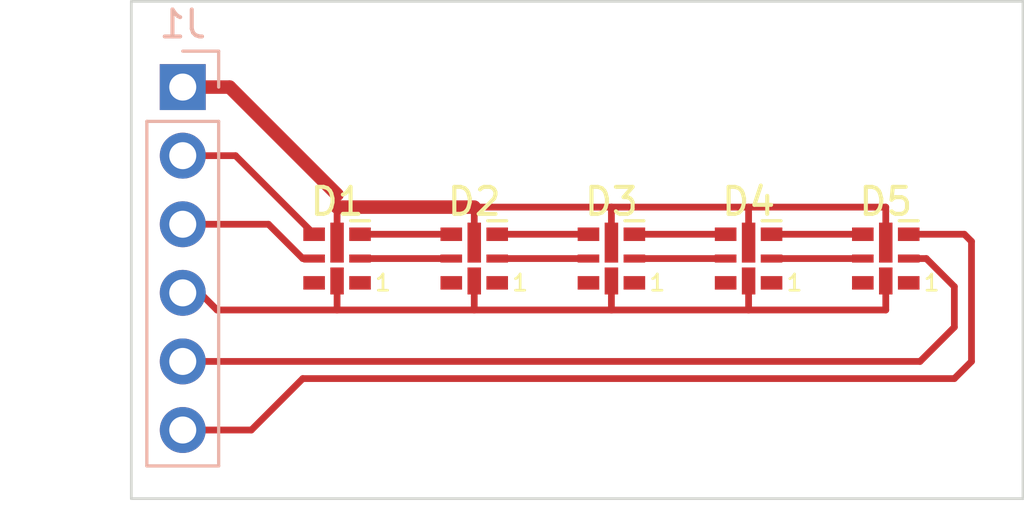
<source format=kicad_pcb>
(kicad_pcb (version 20171130) (host pcbnew 5.1.10)

  (general
    (thickness 1.6)
    (drawings 4)
    (tracks 49)
    (zones 0)
    (modules 6)
    (nets 15)
  )

  (page A4)
  (layers
    (0 F.Cu signal)
    (31 B.Cu signal)
    (32 B.Adhes user)
    (33 F.Adhes user)
    (34 B.Paste user)
    (35 F.Paste user)
    (36 B.SilkS user)
    (37 F.SilkS user)
    (38 B.Mask user hide)
    (39 F.Mask user)
    (40 Dwgs.User user)
    (41 Cmts.User user)
    (42 Eco1.User user)
    (43 Eco2.User user)
    (44 Edge.Cuts user)
    (45 Margin user)
    (46 B.CrtYd user)
    (47 F.CrtYd user)
    (48 B.Fab user)
    (49 F.Fab user hide)
  )

  (setup
    (last_trace_width 0.25)
    (trace_clearance 0.2)
    (zone_clearance 0.508)
    (zone_45_only no)
    (trace_min 0.1)
    (via_size 0.8)
    (via_drill 0.4)
    (via_min_size 0.4)
    (via_min_drill 0.3)
    (uvia_size 0.3)
    (uvia_drill 0.1)
    (uvias_allowed no)
    (uvia_min_size 0.2)
    (uvia_min_drill 0.1)
    (edge_width 0.05)
    (segment_width 0.2)
    (pcb_text_width 0.3)
    (pcb_text_size 1.5 1.5)
    (mod_edge_width 0.12)
    (mod_text_size 1 1)
    (mod_text_width 0.15)
    (pad_size 1.524 1.524)
    (pad_drill 0.762)
    (pad_to_mask_clearance 0)
    (aux_axis_origin 0 0)
    (visible_elements FFFFEF7F)
    (pcbplotparams
      (layerselection 0x010fc_ffffffff)
      (usegerberextensions false)
      (usegerberattributes true)
      (usegerberadvancedattributes true)
      (creategerberjobfile true)
      (excludeedgelayer true)
      (linewidth 0.100000)
      (plotframeref false)
      (viasonmask false)
      (mode 1)
      (useauxorigin false)
      (hpglpennumber 1)
      (hpglpenspeed 20)
      (hpglpendiameter 15.000000)
      (psnegative false)
      (psa4output false)
      (plotreference true)
      (plotvalue true)
      (plotinvisibletext false)
      (padsonsilk false)
      (subtractmaskfromsilk false)
      (outputformat 1)
      (mirror false)
      (drillshape 1)
      (scaleselection 1)
      (outputdirectory ""))
  )

  (net 0 "")
  (net 1 "Net-(D1-Pad2)")
  (net 2 "Net-(D1-Pad3)")
  (net 3 "Net-(D1-Pad5)")
  (net 4 "Net-(D1-Pad4)")
  (net 5 GND)
  (net 6 "Net-(D2-Pad3)")
  (net 7 "Net-(D2-Pad2)")
  (net 8 "Net-(D3-Pad2)")
  (net 9 "Net-(D3-Pad3)")
  (net 10 "Net-(D4-Pad3)")
  (net 11 "Net-(D4-Pad2)")
  (net 12 "Net-(D5-Pad2)")
  (net 13 "Net-(D5-Pad3)")
  (net 14 VCC)

  (net_class Default "This is the default net class."
    (clearance 0.2)
    (trace_width 0.25)
    (via_dia 0.8)
    (via_drill 0.4)
    (uvia_dia 0.3)
    (uvia_drill 0.1)
    (add_net GND)
    (add_net "Net-(D1-Pad2)")
    (add_net "Net-(D1-Pad3)")
    (add_net "Net-(D1-Pad4)")
    (add_net "Net-(D1-Pad5)")
    (add_net "Net-(D2-Pad2)")
    (add_net "Net-(D2-Pad3)")
    (add_net "Net-(D3-Pad2)")
    (add_net "Net-(D3-Pad3)")
    (add_net "Net-(D4-Pad2)")
    (add_net "Net-(D4-Pad3)")
    (add_net "Net-(D5-Pad2)")
    (add_net "Net-(D5-Pad3)")
    (add_net VCC)
  )

  (module LED_SMD:LED-APA102-2020 locked (layer F.Cu) (tedit 5CADBF17) (tstamp 613CCE3D)
    (at 104.14 45.72 180)
    (descr http://www.led-color.com/upload/201604/APA102-2020%20SMD%20LED.pdf)
    (tags "LED RGB SPI")
    (path /613FD0A1)
    (attr smd)
    (fp_text reference D1 (at 0 2.11) (layer F.SilkS)
      (effects (font (size 1 1) (thickness 0.15)))
    )
    (fp_text value APA102-2020 (at 0 -2) (layer F.Fab)
      (effects (font (size 1 1) (thickness 0.15)))
    )
    (fp_line (start 1.5 1.4) (end 0.5 1.4) (layer F.CrtYd) (width 0.05))
    (fp_line (start -0.5 1.4) (end -1.5 1.4) (layer F.CrtYd) (width 0.05))
    (fp_line (start -1.5 -1.4) (end -0.5 -1.4) (layer F.CrtYd) (width 0.05))
    (fp_line (start 0.5 -1.4) (end 1.5 -1.4) (layer F.CrtYd) (width 0.05))
    (fp_line (start 0.5 -1.58) (end 0.5 -1.4) (layer F.CrtYd) (width 0.05))
    (fp_line (start -0.5 -1.58) (end 0.5 -1.58) (layer F.CrtYd) (width 0.05))
    (fp_line (start -0.5 -1.4) (end -0.5 -1.58) (layer F.CrtYd) (width 0.05))
    (fp_line (start 0.5 1.58) (end 0.5 1.4) (layer F.CrtYd) (width 0.05))
    (fp_line (start -0.5 1.58) (end 0.5 1.58) (layer F.CrtYd) (width 0.05))
    (fp_line (start -0.5 1.4) (end -0.5 1.58) (layer F.CrtYd) (width 0.05))
    (fp_line (start -1.5 -1.4) (end -1.5 1.4) (layer F.CrtYd) (width 0.05))
    (fp_line (start -1 0.5) (end -0.5 1) (layer F.Fab) (width 0.1))
    (fp_line (start -1.2 1.4) (end -0.5 1.4) (layer F.SilkS) (width 0.12))
    (fp_line (start 1.5 -1.4) (end 1.5 1.4) (layer F.CrtYd) (width 0.05))
    (fp_line (start -1 0.5) (end -1 -1) (layer F.Fab) (width 0.1))
    (fp_line (start 1 1) (end -0.5 1) (layer F.Fab) (width 0.1))
    (fp_line (start 1 -1) (end 1 1) (layer F.Fab) (width 0.1))
    (fp_line (start -1 -1) (end 1 -1) (layer F.Fab) (width 0.1))
    (fp_text user %R (at 0 0) (layer F.Fab)
      (effects (font (size 0.3 0.3) (thickness 0.07)))
    )
    (fp_text user 1 (at -1.7 -0.9) (layer F.SilkS)
      (effects (font (size 0.6 0.6) (thickness 0.1)))
    )
    (pad 1 smd rect (at -0.85 -0.9 180) (size 0.8 0.5) (layers F.Cu F.Paste F.Mask)
      (net 14 VCC))
    (pad 2 smd rect (at -0.85 0 180) (size 0.8 0.3) (layers F.Cu F.Paste F.Mask)
      (net 1 "Net-(D1-Pad2)"))
    (pad 3 smd rect (at -0.85 0.9 180) (size 0.8 0.5) (layers F.Cu F.Paste F.Mask)
      (net 2 "Net-(D1-Pad3)"))
    (pad 5 smd rect (at 0.85 0 180) (size 0.8 0.3) (layers F.Cu F.Paste F.Mask)
      (net 3 "Net-(D1-Pad5)"))
    (pad 4 smd rect (at 0.85 0.9 180) (size 0.8 0.5) (layers F.Cu F.Paste F.Mask)
      (net 4 "Net-(D1-Pad4)"))
    (pad 6 smd rect (at 0.85 -0.9 180) (size 0.8 0.5) (layers F.Cu F.Paste F.Mask)
      (net 5 GND))
    (pad 1 smd rect (at 0 -0.83 270) (size 1 0.5) (layers F.Cu F.Paste F.Mask)
      (net 14 VCC))
    (pad 6 smd rect (at 0 0.59 270) (size 1.48 0.5) (layers F.Cu F.Paste F.Mask)
      (net 5 GND))
    (model ${KISYS3DMOD}/LED_SMD.3dshapes/LED-APA102-2020.wrl
      (at (xyz 0 0 0))
      (scale (xyz 1 1 1))
      (rotate (xyz 0 0 0))
    )
  )

  (module LED_SMD:LED-APA102-2020 (layer F.Cu) (tedit 5CADBF17) (tstamp 613CCE5D)
    (at 109.22 45.72 180)
    (descr http://www.led-color.com/upload/201604/APA102-2020%20SMD%20LED.pdf)
    (tags "LED RGB SPI")
    (path /613FDE3F)
    (attr smd)
    (fp_text reference D2 (at 0 2.11) (layer F.SilkS)
      (effects (font (size 1 1) (thickness 0.15)))
    )
    (fp_text value APA102-2020 (at 0 -2) (layer F.Fab)
      (effects (font (size 1 1) (thickness 0.15)))
    )
    (fp_text user 1 (at -1.7 -0.9) (layer F.SilkS)
      (effects (font (size 0.6 0.6) (thickness 0.1)))
    )
    (fp_text user %R (at 0 0) (layer F.Fab)
      (effects (font (size 0.3 0.3) (thickness 0.07)))
    )
    (fp_line (start -1 -1) (end 1 -1) (layer F.Fab) (width 0.1))
    (fp_line (start 1 -1) (end 1 1) (layer F.Fab) (width 0.1))
    (fp_line (start 1 1) (end -0.5 1) (layer F.Fab) (width 0.1))
    (fp_line (start -1 0.5) (end -1 -1) (layer F.Fab) (width 0.1))
    (fp_line (start 1.5 -1.4) (end 1.5 1.4) (layer F.CrtYd) (width 0.05))
    (fp_line (start -1.2 1.4) (end -0.5 1.4) (layer F.SilkS) (width 0.12))
    (fp_line (start -1 0.5) (end -0.5 1) (layer F.Fab) (width 0.1))
    (fp_line (start -1.5 -1.4) (end -1.5 1.4) (layer F.CrtYd) (width 0.05))
    (fp_line (start -0.5 1.4) (end -0.5 1.58) (layer F.CrtYd) (width 0.05))
    (fp_line (start -0.5 1.58) (end 0.5 1.58) (layer F.CrtYd) (width 0.05))
    (fp_line (start 0.5 1.58) (end 0.5 1.4) (layer F.CrtYd) (width 0.05))
    (fp_line (start -0.5 -1.4) (end -0.5 -1.58) (layer F.CrtYd) (width 0.05))
    (fp_line (start -0.5 -1.58) (end 0.5 -1.58) (layer F.CrtYd) (width 0.05))
    (fp_line (start 0.5 -1.58) (end 0.5 -1.4) (layer F.CrtYd) (width 0.05))
    (fp_line (start 0.5 -1.4) (end 1.5 -1.4) (layer F.CrtYd) (width 0.05))
    (fp_line (start -1.5 -1.4) (end -0.5 -1.4) (layer F.CrtYd) (width 0.05))
    (fp_line (start -0.5 1.4) (end -1.5 1.4) (layer F.CrtYd) (width 0.05))
    (fp_line (start 1.5 1.4) (end 0.5 1.4) (layer F.CrtYd) (width 0.05))
    (pad 6 smd rect (at 0 0.59 270) (size 1.48 0.5) (layers F.Cu F.Paste F.Mask)
      (net 5 GND))
    (pad 1 smd rect (at 0 -0.83 270) (size 1 0.5) (layers F.Cu F.Paste F.Mask)
      (net 14 VCC))
    (pad 6 smd rect (at 0.85 -0.9 180) (size 0.8 0.5) (layers F.Cu F.Paste F.Mask)
      (net 5 GND))
    (pad 4 smd rect (at 0.85 0.9 180) (size 0.8 0.5) (layers F.Cu F.Paste F.Mask)
      (net 2 "Net-(D1-Pad3)"))
    (pad 5 smd rect (at 0.85 0 180) (size 0.8 0.3) (layers F.Cu F.Paste F.Mask)
      (net 1 "Net-(D1-Pad2)"))
    (pad 3 smd rect (at -0.85 0.9 180) (size 0.8 0.5) (layers F.Cu F.Paste F.Mask)
      (net 6 "Net-(D2-Pad3)"))
    (pad 2 smd rect (at -0.85 0 180) (size 0.8 0.3) (layers F.Cu F.Paste F.Mask)
      (net 7 "Net-(D2-Pad2)"))
    (pad 1 smd rect (at -0.85 -0.9 180) (size 0.8 0.5) (layers F.Cu F.Paste F.Mask)
      (net 14 VCC))
    (model ${KISYS3DMOD}/LED_SMD.3dshapes/LED-APA102-2020.wrl
      (at (xyz 0 0 0))
      (scale (xyz 1 1 1))
      (rotate (xyz 0 0 0))
    )
  )

  (module LED_SMD:LED-APA102-2020 (layer F.Cu) (tedit 5CADBF17) (tstamp 613CCE7D)
    (at 114.3 45.72 180)
    (descr http://www.led-color.com/upload/201604/APA102-2020%20SMD%20LED.pdf)
    (tags "LED RGB SPI")
    (path /613FF2E3)
    (attr smd)
    (fp_text reference D3 (at 0 2.11) (layer F.SilkS)
      (effects (font (size 1 1) (thickness 0.15)))
    )
    (fp_text value APA102-2020 (at 0 -2) (layer F.Fab)
      (effects (font (size 1 1) (thickness 0.15)))
    )
    (fp_line (start 1.5 1.4) (end 0.5 1.4) (layer F.CrtYd) (width 0.05))
    (fp_line (start -0.5 1.4) (end -1.5 1.4) (layer F.CrtYd) (width 0.05))
    (fp_line (start -1.5 -1.4) (end -0.5 -1.4) (layer F.CrtYd) (width 0.05))
    (fp_line (start 0.5 -1.4) (end 1.5 -1.4) (layer F.CrtYd) (width 0.05))
    (fp_line (start 0.5 -1.58) (end 0.5 -1.4) (layer F.CrtYd) (width 0.05))
    (fp_line (start -0.5 -1.58) (end 0.5 -1.58) (layer F.CrtYd) (width 0.05))
    (fp_line (start -0.5 -1.4) (end -0.5 -1.58) (layer F.CrtYd) (width 0.05))
    (fp_line (start 0.5 1.58) (end 0.5 1.4) (layer F.CrtYd) (width 0.05))
    (fp_line (start -0.5 1.58) (end 0.5 1.58) (layer F.CrtYd) (width 0.05))
    (fp_line (start -0.5 1.4) (end -0.5 1.58) (layer F.CrtYd) (width 0.05))
    (fp_line (start -1.5 -1.4) (end -1.5 1.4) (layer F.CrtYd) (width 0.05))
    (fp_line (start -1 0.5) (end -0.5 1) (layer F.Fab) (width 0.1))
    (fp_line (start -1.2 1.4) (end -0.5 1.4) (layer F.SilkS) (width 0.12))
    (fp_line (start 1.5 -1.4) (end 1.5 1.4) (layer F.CrtYd) (width 0.05))
    (fp_line (start -1 0.5) (end -1 -1) (layer F.Fab) (width 0.1))
    (fp_line (start 1 1) (end -0.5 1) (layer F.Fab) (width 0.1))
    (fp_line (start 1 -1) (end 1 1) (layer F.Fab) (width 0.1))
    (fp_line (start -1 -1) (end 1 -1) (layer F.Fab) (width 0.1))
    (fp_text user %R (at 0 0) (layer F.Fab)
      (effects (font (size 0.3 0.3) (thickness 0.07)))
    )
    (fp_text user 1 (at -1.7 -0.9) (layer F.SilkS)
      (effects (font (size 0.6 0.6) (thickness 0.1)))
    )
    (pad 1 smd rect (at -0.85 -0.9 180) (size 0.8 0.5) (layers F.Cu F.Paste F.Mask)
      (net 14 VCC))
    (pad 2 smd rect (at -0.85 0 180) (size 0.8 0.3) (layers F.Cu F.Paste F.Mask)
      (net 8 "Net-(D3-Pad2)"))
    (pad 3 smd rect (at -0.85 0.9 180) (size 0.8 0.5) (layers F.Cu F.Paste F.Mask)
      (net 9 "Net-(D3-Pad3)"))
    (pad 5 smd rect (at 0.85 0 180) (size 0.8 0.3) (layers F.Cu F.Paste F.Mask)
      (net 7 "Net-(D2-Pad2)"))
    (pad 4 smd rect (at 0.85 0.9 180) (size 0.8 0.5) (layers F.Cu F.Paste F.Mask)
      (net 6 "Net-(D2-Pad3)"))
    (pad 6 smd rect (at 0.85 -0.9 180) (size 0.8 0.5) (layers F.Cu F.Paste F.Mask)
      (net 5 GND))
    (pad 1 smd rect (at 0 -0.83 270) (size 1 0.5) (layers F.Cu F.Paste F.Mask)
      (net 14 VCC))
    (pad 6 smd rect (at 0 0.59 270) (size 1.48 0.5) (layers F.Cu F.Paste F.Mask)
      (net 5 GND))
    (model ${KISYS3DMOD}/LED_SMD.3dshapes/LED-APA102-2020.wrl
      (at (xyz 0 0 0))
      (scale (xyz 1 1 1))
      (rotate (xyz 0 0 0))
    )
  )

  (module LED_SMD:LED-APA102-2020 (layer F.Cu) (tedit 5CADBF17) (tstamp 613CCE9D)
    (at 119.38 45.72 180)
    (descr http://www.led-color.com/upload/201604/APA102-2020%20SMD%20LED.pdf)
    (tags "LED RGB SPI")
    (path /613FFE50)
    (attr smd)
    (fp_text reference D4 (at 0 2.11) (layer F.SilkS)
      (effects (font (size 1 1) (thickness 0.15)))
    )
    (fp_text value APA102-2020 (at 0 -2) (layer F.Fab)
      (effects (font (size 1 1) (thickness 0.15)))
    )
    (fp_text user 1 (at -1.7 -0.9) (layer F.SilkS)
      (effects (font (size 0.6 0.6) (thickness 0.1)))
    )
    (fp_text user %R (at 0 0) (layer F.Fab)
      (effects (font (size 0.3 0.3) (thickness 0.07)))
    )
    (fp_line (start -1 -1) (end 1 -1) (layer F.Fab) (width 0.1))
    (fp_line (start 1 -1) (end 1 1) (layer F.Fab) (width 0.1))
    (fp_line (start 1 1) (end -0.5 1) (layer F.Fab) (width 0.1))
    (fp_line (start -1 0.5) (end -1 -1) (layer F.Fab) (width 0.1))
    (fp_line (start 1.5 -1.4) (end 1.5 1.4) (layer F.CrtYd) (width 0.05))
    (fp_line (start -1.2 1.4) (end -0.5 1.4) (layer F.SilkS) (width 0.12))
    (fp_line (start -1 0.5) (end -0.5 1) (layer F.Fab) (width 0.1))
    (fp_line (start -1.5 -1.4) (end -1.5 1.4) (layer F.CrtYd) (width 0.05))
    (fp_line (start -0.5 1.4) (end -0.5 1.58) (layer F.CrtYd) (width 0.05))
    (fp_line (start -0.5 1.58) (end 0.5 1.58) (layer F.CrtYd) (width 0.05))
    (fp_line (start 0.5 1.58) (end 0.5 1.4) (layer F.CrtYd) (width 0.05))
    (fp_line (start -0.5 -1.4) (end -0.5 -1.58) (layer F.CrtYd) (width 0.05))
    (fp_line (start -0.5 -1.58) (end 0.5 -1.58) (layer F.CrtYd) (width 0.05))
    (fp_line (start 0.5 -1.58) (end 0.5 -1.4) (layer F.CrtYd) (width 0.05))
    (fp_line (start 0.5 -1.4) (end 1.5 -1.4) (layer F.CrtYd) (width 0.05))
    (fp_line (start -1.5 -1.4) (end -0.5 -1.4) (layer F.CrtYd) (width 0.05))
    (fp_line (start -0.5 1.4) (end -1.5 1.4) (layer F.CrtYd) (width 0.05))
    (fp_line (start 1.5 1.4) (end 0.5 1.4) (layer F.CrtYd) (width 0.05))
    (pad 6 smd rect (at 0 0.59 270) (size 1.48 0.5) (layers F.Cu F.Paste F.Mask)
      (net 5 GND))
    (pad 1 smd rect (at 0 -0.83 270) (size 1 0.5) (layers F.Cu F.Paste F.Mask)
      (net 14 VCC))
    (pad 6 smd rect (at 0.85 -0.9 180) (size 0.8 0.5) (layers F.Cu F.Paste F.Mask)
      (net 5 GND))
    (pad 4 smd rect (at 0.85 0.9 180) (size 0.8 0.5) (layers F.Cu F.Paste F.Mask)
      (net 9 "Net-(D3-Pad3)"))
    (pad 5 smd rect (at 0.85 0 180) (size 0.8 0.3) (layers F.Cu F.Paste F.Mask)
      (net 8 "Net-(D3-Pad2)"))
    (pad 3 smd rect (at -0.85 0.9 180) (size 0.8 0.5) (layers F.Cu F.Paste F.Mask)
      (net 10 "Net-(D4-Pad3)"))
    (pad 2 smd rect (at -0.85 0 180) (size 0.8 0.3) (layers F.Cu F.Paste F.Mask)
      (net 11 "Net-(D4-Pad2)"))
    (pad 1 smd rect (at -0.85 -0.9 180) (size 0.8 0.5) (layers F.Cu F.Paste F.Mask)
      (net 14 VCC))
    (model ${KISYS3DMOD}/LED_SMD.3dshapes/LED-APA102-2020.wrl
      (at (xyz 0 0 0))
      (scale (xyz 1 1 1))
      (rotate (xyz 0 0 0))
    )
  )

  (module LED_SMD:LED-APA102-2020 (layer F.Cu) (tedit 5CADBF17) (tstamp 613CCEBD)
    (at 124.46 45.72 180)
    (descr http://www.led-color.com/upload/201604/APA102-2020%20SMD%20LED.pdf)
    (tags "LED RGB SPI")
    (path /61400FA9)
    (attr smd)
    (fp_text reference D5 (at 0 2.11) (layer F.SilkS)
      (effects (font (size 1 1) (thickness 0.15)))
    )
    (fp_text value APA102-2020 (at 0 -2) (layer F.Fab)
      (effects (font (size 1 1) (thickness 0.15)))
    )
    (fp_line (start 1.5 1.4) (end 0.5 1.4) (layer F.CrtYd) (width 0.05))
    (fp_line (start -0.5 1.4) (end -1.5 1.4) (layer F.CrtYd) (width 0.05))
    (fp_line (start -1.5 -1.4) (end -0.5 -1.4) (layer F.CrtYd) (width 0.05))
    (fp_line (start 0.5 -1.4) (end 1.5 -1.4) (layer F.CrtYd) (width 0.05))
    (fp_line (start 0.5 -1.58) (end 0.5 -1.4) (layer F.CrtYd) (width 0.05))
    (fp_line (start -0.5 -1.58) (end 0.5 -1.58) (layer F.CrtYd) (width 0.05))
    (fp_line (start -0.5 -1.4) (end -0.5 -1.58) (layer F.CrtYd) (width 0.05))
    (fp_line (start 0.5 1.58) (end 0.5 1.4) (layer F.CrtYd) (width 0.05))
    (fp_line (start -0.5 1.58) (end 0.5 1.58) (layer F.CrtYd) (width 0.05))
    (fp_line (start -0.5 1.4) (end -0.5 1.58) (layer F.CrtYd) (width 0.05))
    (fp_line (start -1.5 -1.4) (end -1.5 1.4) (layer F.CrtYd) (width 0.05))
    (fp_line (start -1 0.5) (end -0.5 1) (layer F.Fab) (width 0.1))
    (fp_line (start -1.2 1.4) (end -0.5 1.4) (layer F.SilkS) (width 0.12))
    (fp_line (start 1.5 -1.4) (end 1.5 1.4) (layer F.CrtYd) (width 0.05))
    (fp_line (start -1 0.5) (end -1 -1) (layer F.Fab) (width 0.1))
    (fp_line (start 1 1) (end -0.5 1) (layer F.Fab) (width 0.1))
    (fp_line (start 1 -1) (end 1 1) (layer F.Fab) (width 0.1))
    (fp_line (start -1 -1) (end 1 -1) (layer F.Fab) (width 0.1))
    (fp_text user %R (at 0 0) (layer F.Fab)
      (effects (font (size 0.3 0.3) (thickness 0.07)))
    )
    (fp_text user 1 (at -1.7 -0.9) (layer F.SilkS)
      (effects (font (size 0.6 0.6) (thickness 0.1)))
    )
    (pad 1 smd rect (at -0.85 -0.9 180) (size 0.8 0.5) (layers F.Cu F.Paste F.Mask)
      (net 14 VCC))
    (pad 2 smd rect (at -0.85 0 180) (size 0.8 0.3) (layers F.Cu F.Paste F.Mask)
      (net 12 "Net-(D5-Pad2)"))
    (pad 3 smd rect (at -0.85 0.9 180) (size 0.8 0.5) (layers F.Cu F.Paste F.Mask)
      (net 13 "Net-(D5-Pad3)"))
    (pad 5 smd rect (at 0.85 0 180) (size 0.8 0.3) (layers F.Cu F.Paste F.Mask)
      (net 11 "Net-(D4-Pad2)"))
    (pad 4 smd rect (at 0.85 0.9 180) (size 0.8 0.5) (layers F.Cu F.Paste F.Mask)
      (net 10 "Net-(D4-Pad3)"))
    (pad 6 smd rect (at 0.85 -0.9 180) (size 0.8 0.5) (layers F.Cu F.Paste F.Mask)
      (net 5 GND))
    (pad 1 smd rect (at 0 -0.83 270) (size 1 0.5) (layers F.Cu F.Paste F.Mask)
      (net 14 VCC))
    (pad 6 smd rect (at 0 0.59 270) (size 1.48 0.5) (layers F.Cu F.Paste F.Mask)
      (net 5 GND))
    (model ${KISYS3DMOD}/LED_SMD.3dshapes/LED-APA102-2020.wrl
      (at (xyz 0 0 0))
      (scale (xyz 1 1 1))
      (rotate (xyz 0 0 0))
    )
  )

  (module Connector_PinHeader_2.54mm:PinHeader_1x06_P2.54mm_Vertical (layer B.Cu) (tedit 59FED5CC) (tstamp 613D3B16)
    (at 98.425 39.37 180)
    (descr "Through hole straight pin header, 1x06, 2.54mm pitch, single row")
    (tags "Through hole pin header THT 1x06 2.54mm single row")
    (path /6142BC7B)
    (fp_text reference J1 (at 0 2.33) (layer B.SilkS)
      (effects (font (size 1 1) (thickness 0.15)) (justify mirror))
    )
    (fp_text value Conn_01x06_Male (at 0 -15.03) (layer B.Fab)
      (effects (font (size 1 1) (thickness 0.15)) (justify mirror))
    )
    (fp_line (start 1.8 1.8) (end -1.8 1.8) (layer B.CrtYd) (width 0.05))
    (fp_line (start 1.8 -14.5) (end 1.8 1.8) (layer B.CrtYd) (width 0.05))
    (fp_line (start -1.8 -14.5) (end 1.8 -14.5) (layer B.CrtYd) (width 0.05))
    (fp_line (start -1.8 1.8) (end -1.8 -14.5) (layer B.CrtYd) (width 0.05))
    (fp_line (start -1.33 1.33) (end 0 1.33) (layer B.SilkS) (width 0.12))
    (fp_line (start -1.33 0) (end -1.33 1.33) (layer B.SilkS) (width 0.12))
    (fp_line (start -1.33 -1.27) (end 1.33 -1.27) (layer B.SilkS) (width 0.12))
    (fp_line (start 1.33 -1.27) (end 1.33 -14.03) (layer B.SilkS) (width 0.12))
    (fp_line (start -1.33 -1.27) (end -1.33 -14.03) (layer B.SilkS) (width 0.12))
    (fp_line (start -1.33 -14.03) (end 1.33 -14.03) (layer B.SilkS) (width 0.12))
    (fp_line (start -1.27 0.635) (end -0.635 1.27) (layer B.Fab) (width 0.1))
    (fp_line (start -1.27 -13.97) (end -1.27 0.635) (layer B.Fab) (width 0.1))
    (fp_line (start 1.27 -13.97) (end -1.27 -13.97) (layer B.Fab) (width 0.1))
    (fp_line (start 1.27 1.27) (end 1.27 -13.97) (layer B.Fab) (width 0.1))
    (fp_line (start -0.635 1.27) (end 1.27 1.27) (layer B.Fab) (width 0.1))
    (fp_text user %R (at 0 -6.35 270) (layer B.Fab)
      (effects (font (size 1 1) (thickness 0.15)) (justify mirror))
    )
    (pad 1 thru_hole rect (at 0 0 180) (size 1.7 1.7) (drill 1) (layers *.Cu *.Mask)
      (net 5 GND))
    (pad 2 thru_hole oval (at 0 -2.54 180) (size 1.7 1.7) (drill 1) (layers *.Cu *.Mask)
      (net 4 "Net-(D1-Pad4)"))
    (pad 3 thru_hole oval (at 0 -5.08 180) (size 1.7 1.7) (drill 1) (layers *.Cu *.Mask)
      (net 3 "Net-(D1-Pad5)"))
    (pad 4 thru_hole oval (at 0 -7.62 180) (size 1.7 1.7) (drill 1) (layers *.Cu *.Mask)
      (net 14 VCC))
    (pad 5 thru_hole oval (at 0 -10.16 180) (size 1.7 1.7) (drill 1) (layers *.Cu *.Mask)
      (net 12 "Net-(D5-Pad2)"))
    (pad 6 thru_hole oval (at 0 -12.7 180) (size 1.7 1.7) (drill 1) (layers *.Cu *.Mask)
      (net 13 "Net-(D5-Pad3)"))
    (model ${KISYS3DMOD}/Connector_PinHeader_2.54mm.3dshapes/PinHeader_1x06_P2.54mm_Vertical.wrl
      (at (xyz 0 0 0))
      (scale (xyz 1 1 1))
      (rotate (xyz 0 0 0))
    )
  )

  (gr_line (start 129.54 36.195) (end 129.54 54.61) (layer Edge.Cuts) (width 0.1))
  (gr_line (start 96.52 36.195) (end 129.54 36.195) (layer Edge.Cuts) (width 0.1))
  (gr_line (start 96.52 54.61) (end 96.52 36.195) (layer Edge.Cuts) (width 0.1))
  (gr_line (start 129.54 54.61) (end 96.52 54.61) (layer Edge.Cuts) (width 0.1))

  (segment (start 104.14 46.55) (end 104.14 47.625) (width 0.25) (layer F.Cu) (net 14))
  (segment (start 104.14 47.625) (end 109.22 47.625) (width 0.25) (layer F.Cu) (net 14))
  (segment (start 109.22 47.625) (end 109.22 46.55) (width 0.25) (layer F.Cu) (net 14))
  (segment (start 109.22 47.625) (end 114.3 47.625) (width 0.25) (layer F.Cu) (net 14))
  (segment (start 114.3 47.625) (end 114.3 46.55) (width 0.25) (layer F.Cu) (net 14))
  (segment (start 114.3 47.625) (end 119.38 47.625) (width 0.25) (layer F.Cu) (net 14))
  (segment (start 119.38 47.625) (end 119.38 46.55) (width 0.25) (layer F.Cu) (net 14))
  (segment (start 119.38 47.625) (end 124.46 47.625) (width 0.25) (layer F.Cu) (net 14))
  (segment (start 124.46 47.625) (end 124.46 46.55) (width 0.25) (layer F.Cu) (net 14))
  (segment (start 108.37 45.72) (end 104.99 45.72) (width 0.25) (layer F.Cu) (net 1))
  (segment (start 104.99 44.82) (end 108.37 44.82) (width 0.25) (layer F.Cu) (net 2))
  (segment (start 99.06 44.45) (end 101.6 44.45) (width 0.25) (layer F.Cu) (net 3))
  (segment (start 102.87 45.72) (end 103.29 45.72) (width 0.25) (layer F.Cu) (net 3))
  (segment (start 101.6 44.45) (end 102.87 45.72) (width 0.25) (layer F.Cu) (net 3))
  (segment (start 100.38 41.91) (end 103.29 44.82) (width 0.25) (layer F.Cu) (net 4))
  (segment (start 99.06 41.91) (end 100.38 41.91) (width 0.25) (layer F.Cu) (net 4))
  (segment (start 104.14 45.13) (end 104.14 43.815) (width 0.25) (layer F.Cu) (net 5))
  (segment (start 104.14 43.815) (end 109.22 43.815) (width 0.5) (layer F.Cu) (net 5))
  (segment (start 109.22 43.815) (end 109.22 45.13) (width 0.25) (layer F.Cu) (net 5))
  (segment (start 109.22 43.815) (end 114.3 43.815) (width 0.25) (layer F.Cu) (net 5))
  (segment (start 114.3 43.815) (end 114.3 45.13) (width 0.25) (layer F.Cu) (net 5))
  (segment (start 114.3 43.815) (end 119.38 43.815) (width 0.25) (layer F.Cu) (net 5))
  (segment (start 119.38 43.815) (end 119.38 45.13) (width 0.25) (layer F.Cu) (net 5))
  (segment (start 119.38 43.815) (end 124.46 43.815) (width 0.25) (layer F.Cu) (net 5))
  (segment (start 124.46 43.815) (end 124.46 45.13) (width 0.25) (layer F.Cu) (net 5))
  (segment (start 104.14 43.35) (end 104.14 43.815) (width 0.25) (layer F.Cu) (net 5))
  (segment (start 100.16 39.37) (end 104.14 43.35) (width 0.5) (layer F.Cu) (net 5))
  (segment (start 99.06 39.37) (end 100.16 39.37) (width 0.5) (layer F.Cu) (net 5))
  (segment (start 110.07 44.82) (end 113.45 44.82) (width 0.25) (layer F.Cu) (net 6))
  (segment (start 113.45 45.72) (end 110.07 45.72) (width 0.25) (layer F.Cu) (net 7))
  (segment (start 118.53 45.72) (end 115.15 45.72) (width 0.25) (layer F.Cu) (net 8))
  (segment (start 115.15 44.82) (end 118.53 44.82) (width 0.25) (layer F.Cu) (net 9))
  (segment (start 120.23 44.82) (end 123.61 44.82) (width 0.25) (layer F.Cu) (net 10))
  (segment (start 120.23 45.72) (end 123.19 45.72) (width 0.25) (layer F.Cu) (net 11))
  (segment (start 125.96 45.72) (end 125.31 45.72) (width 0.25) (layer F.Cu) (net 12))
  (segment (start 127 46.76) (end 125.96 45.72) (width 0.25) (layer F.Cu) (net 12))
  (segment (start 127 48.26) (end 127 46.76) (width 0.25) (layer F.Cu) (net 12))
  (segment (start 125.73 49.53) (end 127 48.26) (width 0.25) (layer F.Cu) (net 12))
  (segment (start 99.06 49.53) (end 125.73 49.53) (width 0.25) (layer F.Cu) (net 12))
  (segment (start 125.69641 44.82) (end 125.31 44.82) (width 0.25) (layer F.Cu) (net 13))
  (segment (start 127 50.165) (end 102.87 50.165) (width 0.25) (layer F.Cu) (net 13))
  (segment (start 127.635 49.53) (end 127 50.165) (width 0.25) (layer F.Cu) (net 13))
  (segment (start 102.87 50.165) (end 100.965 52.07) (width 0.25) (layer F.Cu) (net 13))
  (segment (start 127.635 45.085) (end 127.635 49.53) (width 0.25) (layer F.Cu) (net 13))
  (segment (start 100.965 52.07) (end 99.06 52.07) (width 0.25) (layer F.Cu) (net 13))
  (segment (start 127.37 44.82) (end 127.635 45.085) (width 0.25) (layer F.Cu) (net 13))
  (segment (start 125.31 44.82) (end 127.37 44.82) (width 0.25) (layer F.Cu) (net 13))
  (segment (start 99.695 47.625) (end 104.14 47.625) (width 0.25) (layer F.Cu) (net 14))
  (segment (start 99.06 46.99) (end 99.695 47.625) (width 0.25) (layer F.Cu) (net 14))

)

</source>
